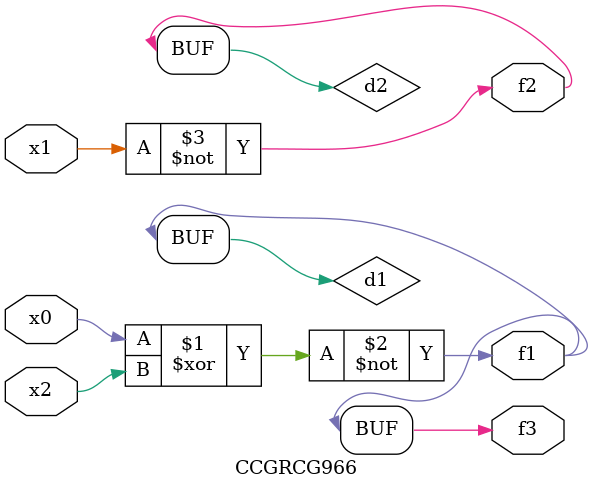
<source format=v>
module CCGRCG966(
	input x0, x1, x2,
	output f1, f2, f3
);

	wire d1, d2, d3;

	xnor (d1, x0, x2);
	nand (d2, x1);
	nor (d3, x1, x2);
	assign f1 = d1;
	assign f2 = d2;
	assign f3 = d1;
endmodule

</source>
